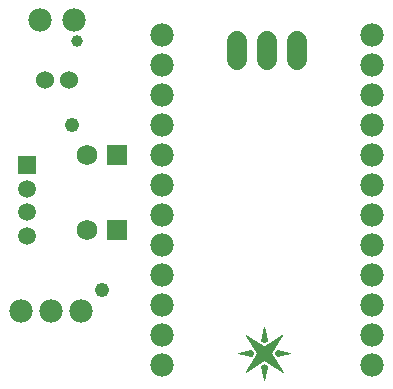
<source format=gts>
G75*
G70*
%OFA0B0*%
%FSLAX24Y24*%
%IPPOS*%
%LPD*%
%AMOC8*
5,1,8,0,0,1.08239X$1,22.5*
%
%ADD10C,0.0780*%
%ADD11C,0.0680*%
%ADD12R,0.0690X0.0690*%
%ADD13C,0.0690*%
%ADD14C,0.0600*%
%ADD15R,0.0595X0.0595*%
%ADD16C,0.0595*%
%ADD17C,0.0010*%
%ADD18C,0.0480*%
%ADD19C,0.0396*%
D10*
X006800Y001825D03*
X006800Y002825D03*
X006800Y003825D03*
X006800Y004825D03*
X006800Y005825D03*
X006800Y006825D03*
X006800Y007825D03*
X006800Y008825D03*
X006800Y009825D03*
X006800Y010825D03*
X006800Y011825D03*
X006800Y012825D03*
X003870Y013325D03*
X002730Y013325D03*
X013800Y012825D03*
X013800Y011825D03*
X013800Y010825D03*
X013800Y009825D03*
X013800Y008825D03*
X013800Y007825D03*
X013800Y006825D03*
X013800Y005825D03*
X013800Y004825D03*
X013800Y003825D03*
X013800Y002825D03*
X013800Y001825D03*
X004100Y003625D03*
X003100Y003625D03*
X002100Y003625D03*
D11*
X009300Y012005D02*
X009300Y012645D01*
X010300Y012645D02*
X010300Y012005D01*
X011300Y012005D02*
X011300Y012645D01*
D12*
X005300Y008825D03*
X005300Y006325D03*
D13*
X004300Y006325D03*
X004300Y008825D03*
D14*
X003694Y011325D03*
X002906Y011325D03*
D15*
X002300Y008506D03*
D16*
X002300Y007719D03*
X002300Y006931D03*
X002300Y006144D03*
D17*
X009590Y002835D02*
X010200Y002455D01*
X010800Y002845D01*
X010420Y002235D01*
X010820Y001605D01*
X010200Y002015D01*
X009590Y001615D01*
X009970Y002235D01*
X009590Y002835D01*
X009592Y002833D02*
X009594Y002833D01*
X009597Y002824D02*
X009608Y002824D01*
X009602Y002816D02*
X009621Y002816D01*
X009608Y002807D02*
X009635Y002807D01*
X009648Y002799D02*
X009613Y002799D01*
X009618Y002790D02*
X009662Y002790D01*
X009676Y002782D02*
X009624Y002782D01*
X009629Y002773D02*
X009689Y002773D01*
X009703Y002765D02*
X009635Y002765D01*
X009640Y002756D02*
X009717Y002756D01*
X009730Y002748D02*
X009645Y002748D01*
X009651Y002739D02*
X009744Y002739D01*
X009758Y002731D02*
X009656Y002731D01*
X009662Y002722D02*
X009771Y002722D01*
X009785Y002714D02*
X009667Y002714D01*
X009672Y002705D02*
X009799Y002705D01*
X009812Y002697D02*
X009678Y002697D01*
X009683Y002688D02*
X009826Y002688D01*
X009840Y002680D02*
X009688Y002680D01*
X009694Y002671D02*
X009853Y002671D01*
X009867Y002663D02*
X009699Y002663D01*
X009705Y002654D02*
X009880Y002654D01*
X009894Y002646D02*
X009710Y002646D01*
X009715Y002637D02*
X009908Y002637D01*
X009921Y002629D02*
X009721Y002629D01*
X009726Y002620D02*
X009935Y002620D01*
X009949Y002612D02*
X009732Y002612D01*
X009737Y002603D02*
X009962Y002603D01*
X009976Y002595D02*
X009742Y002595D01*
X009748Y002586D02*
X009990Y002586D01*
X010003Y002578D02*
X009753Y002578D01*
X009758Y002569D02*
X010017Y002569D01*
X010031Y002561D02*
X009764Y002561D01*
X009769Y002552D02*
X010044Y002552D01*
X010058Y002544D02*
X009775Y002544D01*
X009780Y002535D02*
X010071Y002535D01*
X010085Y002527D02*
X009785Y002527D01*
X009791Y002518D02*
X010099Y002518D01*
X010112Y002510D02*
X009796Y002510D01*
X009801Y002501D02*
X010126Y002501D01*
X010140Y002493D02*
X009807Y002493D01*
X009812Y002484D02*
X010153Y002484D01*
X010167Y002476D02*
X009818Y002476D01*
X009823Y002467D02*
X010181Y002467D01*
X010194Y002459D02*
X009828Y002459D01*
X009834Y002450D02*
X010554Y002450D01*
X010549Y002442D02*
X009839Y002442D01*
X009845Y002433D02*
X010543Y002433D01*
X010538Y002425D02*
X009850Y002425D01*
X009855Y002416D02*
X010533Y002416D01*
X010527Y002408D02*
X009861Y002408D01*
X009866Y002399D02*
X010522Y002399D01*
X010517Y002391D02*
X009871Y002391D01*
X009877Y002382D02*
X010512Y002382D01*
X010506Y002374D02*
X009882Y002374D01*
X009888Y002365D02*
X010501Y002365D01*
X010496Y002357D02*
X009893Y002357D01*
X009898Y002348D02*
X010490Y002348D01*
X010485Y002340D02*
X009904Y002340D01*
X009909Y002331D02*
X010480Y002331D01*
X010475Y002323D02*
X009915Y002323D01*
X009920Y002314D02*
X010469Y002314D01*
X010464Y002306D02*
X009925Y002306D01*
X009931Y002297D02*
X010459Y002297D01*
X010453Y002289D02*
X009936Y002289D01*
X009941Y002280D02*
X010448Y002280D01*
X010443Y002272D02*
X009947Y002272D01*
X009952Y002263D02*
X010437Y002263D01*
X010432Y002255D02*
X009958Y002255D01*
X009963Y002246D02*
X010427Y002246D01*
X010422Y002238D02*
X009968Y002238D01*
X009966Y002229D02*
X010424Y002229D01*
X010429Y002221D02*
X009961Y002221D01*
X009956Y002212D02*
X010435Y002212D01*
X010440Y002204D02*
X009951Y002204D01*
X009946Y002195D02*
X010445Y002195D01*
X010451Y002187D02*
X009940Y002187D01*
X009935Y002178D02*
X010456Y002178D01*
X010462Y002170D02*
X009930Y002170D01*
X009925Y002161D02*
X010467Y002161D01*
X010472Y002153D02*
X009919Y002153D01*
X009914Y002144D02*
X010478Y002144D01*
X010483Y002136D02*
X009909Y002136D01*
X009904Y002127D02*
X010489Y002127D01*
X010494Y002119D02*
X009899Y002119D01*
X009893Y002110D02*
X010499Y002110D01*
X010505Y002102D02*
X009888Y002102D01*
X009883Y002093D02*
X010510Y002093D01*
X010516Y002085D02*
X009878Y002085D01*
X009873Y002076D02*
X010521Y002076D01*
X010526Y002068D02*
X009867Y002068D01*
X009862Y002059D02*
X010532Y002059D01*
X010537Y002051D02*
X009857Y002051D01*
X009852Y002042D02*
X010543Y002042D01*
X010548Y002034D02*
X009847Y002034D01*
X009841Y002025D02*
X010553Y002025D01*
X010559Y002017D02*
X009836Y002017D01*
X009831Y002008D02*
X010189Y002008D01*
X010176Y002000D02*
X009826Y002000D01*
X009820Y001991D02*
X010163Y001991D01*
X010151Y001983D02*
X009815Y001983D01*
X009810Y001974D02*
X010138Y001974D01*
X010125Y001966D02*
X009805Y001966D01*
X009800Y001957D02*
X010112Y001957D01*
X010099Y001949D02*
X009794Y001949D01*
X009789Y001940D02*
X010086Y001940D01*
X010073Y001932D02*
X009784Y001932D01*
X009779Y001923D02*
X010060Y001923D01*
X010047Y001915D02*
X009774Y001915D01*
X009768Y001906D02*
X010034Y001906D01*
X010021Y001898D02*
X009763Y001898D01*
X009758Y001889D02*
X010008Y001889D01*
X009995Y001881D02*
X009753Y001881D01*
X009748Y001872D02*
X009982Y001872D01*
X009969Y001864D02*
X009742Y001864D01*
X009737Y001855D02*
X009956Y001855D01*
X009943Y001847D02*
X009732Y001847D01*
X009727Y001838D02*
X009930Y001838D01*
X009917Y001830D02*
X009721Y001830D01*
X009716Y001821D02*
X009904Y001821D01*
X009891Y001813D02*
X009711Y001813D01*
X009706Y001804D02*
X009878Y001804D01*
X009865Y001796D02*
X009701Y001796D01*
X009695Y001787D02*
X009852Y001787D01*
X009839Y001779D02*
X009690Y001779D01*
X009685Y001770D02*
X009826Y001770D01*
X009813Y001762D02*
X009680Y001762D01*
X009675Y001753D02*
X009801Y001753D01*
X009788Y001745D02*
X009669Y001745D01*
X009664Y001736D02*
X009775Y001736D01*
X009762Y001728D02*
X009659Y001728D01*
X009654Y001719D02*
X009749Y001719D01*
X009736Y001711D02*
X009649Y001711D01*
X009643Y001702D02*
X009723Y001702D01*
X009710Y001694D02*
X009638Y001694D01*
X009633Y001685D02*
X009697Y001685D01*
X009684Y001677D02*
X009628Y001677D01*
X009623Y001668D02*
X009671Y001668D01*
X009658Y001660D02*
X009617Y001660D01*
X009612Y001651D02*
X009645Y001651D01*
X009632Y001643D02*
X009607Y001643D01*
X009602Y001634D02*
X009619Y001634D01*
X009606Y001626D02*
X009596Y001626D01*
X009593Y001617D02*
X009591Y001617D01*
X010113Y001736D02*
X010287Y001736D01*
X010289Y001745D02*
X010111Y001745D01*
X010110Y001753D02*
X010290Y001753D01*
X010292Y001762D02*
X010108Y001762D01*
X010106Y001770D02*
X010294Y001770D01*
X010296Y001779D02*
X010104Y001779D01*
X010102Y001787D02*
X010298Y001787D01*
X010300Y001795D02*
X010200Y001865D01*
X010100Y001795D01*
X010200Y001355D01*
X010300Y001795D01*
X010299Y001796D02*
X010101Y001796D01*
X010113Y001804D02*
X010287Y001804D01*
X010275Y001813D02*
X010125Y001813D01*
X010137Y001821D02*
X010263Y001821D01*
X010251Y001830D02*
X010149Y001830D01*
X010161Y001838D02*
X010239Y001838D01*
X010226Y001847D02*
X010174Y001847D01*
X010186Y001855D02*
X010214Y001855D01*
X010202Y001864D02*
X010198Y001864D01*
X010262Y001974D02*
X010586Y001974D01*
X010591Y001966D02*
X010275Y001966D01*
X010288Y001957D02*
X010596Y001957D01*
X010602Y001949D02*
X010300Y001949D01*
X010313Y001940D02*
X010607Y001940D01*
X010613Y001932D02*
X010326Y001932D01*
X010339Y001923D02*
X010618Y001923D01*
X010623Y001915D02*
X010352Y001915D01*
X010365Y001906D02*
X010629Y001906D01*
X010634Y001898D02*
X010378Y001898D01*
X010390Y001889D02*
X010640Y001889D01*
X010645Y001881D02*
X010403Y001881D01*
X010416Y001872D02*
X010650Y001872D01*
X010656Y001864D02*
X010429Y001864D01*
X010442Y001855D02*
X010661Y001855D01*
X010667Y001847D02*
X010455Y001847D01*
X010468Y001838D02*
X010672Y001838D01*
X010677Y001830D02*
X010480Y001830D01*
X010493Y001821D02*
X010683Y001821D01*
X010688Y001813D02*
X010506Y001813D01*
X010519Y001804D02*
X010694Y001804D01*
X010699Y001796D02*
X010532Y001796D01*
X010545Y001787D02*
X010704Y001787D01*
X010710Y001779D02*
X010558Y001779D01*
X010570Y001770D02*
X010715Y001770D01*
X010721Y001762D02*
X010583Y001762D01*
X010596Y001753D02*
X010726Y001753D01*
X010731Y001745D02*
X010609Y001745D01*
X010622Y001736D02*
X010737Y001736D01*
X010742Y001728D02*
X010635Y001728D01*
X010648Y001719D02*
X010748Y001719D01*
X010753Y001711D02*
X010660Y001711D01*
X010673Y001702D02*
X010758Y001702D01*
X010764Y001694D02*
X010686Y001694D01*
X010699Y001685D02*
X010769Y001685D01*
X010775Y001677D02*
X010712Y001677D01*
X010725Y001668D02*
X010780Y001668D01*
X010785Y001660D02*
X010738Y001660D01*
X010750Y001651D02*
X010791Y001651D01*
X010796Y001643D02*
X010763Y001643D01*
X010776Y001634D02*
X010802Y001634D01*
X010807Y001626D02*
X010789Y001626D01*
X010802Y001617D02*
X010812Y001617D01*
X010815Y001609D02*
X010818Y001609D01*
X010580Y001983D02*
X010249Y001983D01*
X010236Y001991D02*
X010575Y001991D01*
X010569Y002000D02*
X010223Y002000D01*
X010211Y002008D02*
X010564Y002008D01*
X010620Y002145D02*
X011060Y002235D01*
X010620Y002325D01*
X010560Y002235D01*
X010620Y002145D01*
X010615Y002153D02*
X010657Y002153D01*
X010698Y002161D02*
X010609Y002161D01*
X010604Y002170D02*
X010740Y002170D01*
X010782Y002178D02*
X010598Y002178D01*
X010592Y002187D02*
X010823Y002187D01*
X010865Y002195D02*
X010587Y002195D01*
X010581Y002204D02*
X010906Y002204D01*
X010948Y002212D02*
X010575Y002212D01*
X010570Y002221D02*
X010989Y002221D01*
X011006Y002246D02*
X010567Y002246D01*
X010562Y002238D02*
X011048Y002238D01*
X011031Y002229D02*
X010564Y002229D01*
X010573Y002255D02*
X010964Y002255D01*
X010923Y002263D02*
X010579Y002263D01*
X010584Y002272D02*
X010881Y002272D01*
X010840Y002280D02*
X010590Y002280D01*
X010596Y002289D02*
X010798Y002289D01*
X010757Y002297D02*
X010601Y002297D01*
X010607Y002306D02*
X010715Y002306D01*
X010673Y002314D02*
X010613Y002314D01*
X010618Y002323D02*
X010632Y002323D01*
X010559Y002459D02*
X010205Y002459D01*
X010219Y002467D02*
X010565Y002467D01*
X010570Y002476D02*
X010232Y002476D01*
X010245Y002484D02*
X010575Y002484D01*
X010580Y002493D02*
X010258Y002493D01*
X010271Y002501D02*
X010586Y002501D01*
X010591Y002510D02*
X010284Y002510D01*
X010297Y002518D02*
X010596Y002518D01*
X010602Y002527D02*
X010310Y002527D01*
X010323Y002535D02*
X010607Y002535D01*
X010612Y002544D02*
X010336Y002544D01*
X010349Y002552D02*
X010618Y002552D01*
X010623Y002561D02*
X010362Y002561D01*
X010375Y002569D02*
X010628Y002569D01*
X010633Y002578D02*
X010389Y002578D01*
X010402Y002586D02*
X010639Y002586D01*
X010644Y002595D02*
X010415Y002595D01*
X010428Y002603D02*
X010649Y002603D01*
X010655Y002612D02*
X010441Y002612D01*
X010454Y002620D02*
X010660Y002620D01*
X010665Y002629D02*
X010467Y002629D01*
X010480Y002637D02*
X010670Y002637D01*
X010676Y002646D02*
X010493Y002646D01*
X010506Y002654D02*
X010681Y002654D01*
X010686Y002663D02*
X010519Y002663D01*
X010532Y002671D02*
X010692Y002671D01*
X010697Y002680D02*
X010545Y002680D01*
X010559Y002688D02*
X010702Y002688D01*
X010708Y002697D02*
X010572Y002697D01*
X010585Y002705D02*
X010713Y002705D01*
X010718Y002714D02*
X010598Y002714D01*
X010611Y002722D02*
X010723Y002722D01*
X010729Y002731D02*
X010624Y002731D01*
X010637Y002739D02*
X010734Y002739D01*
X010739Y002748D02*
X010650Y002748D01*
X010663Y002756D02*
X010745Y002756D01*
X010750Y002765D02*
X010676Y002765D01*
X010689Y002773D02*
X010755Y002773D01*
X010760Y002782D02*
X010702Y002782D01*
X010715Y002790D02*
X010766Y002790D01*
X010771Y002799D02*
X010729Y002799D01*
X010742Y002807D02*
X010776Y002807D01*
X010782Y002816D02*
X010755Y002816D01*
X010768Y002824D02*
X010787Y002824D01*
X010781Y002833D02*
X010792Y002833D01*
X010794Y002841D02*
X010798Y002841D01*
X010298Y002663D02*
X010102Y002663D01*
X010103Y002671D02*
X010297Y002671D01*
X010295Y002680D02*
X010105Y002680D01*
X010107Y002688D02*
X010293Y002688D01*
X010291Y002697D02*
X010109Y002697D01*
X010111Y002705D02*
X010289Y002705D01*
X010287Y002714D02*
X010113Y002714D01*
X010115Y002722D02*
X010285Y002722D01*
X010284Y002731D02*
X010116Y002731D01*
X010118Y002739D02*
X010282Y002739D01*
X010280Y002748D02*
X010120Y002748D01*
X010122Y002756D02*
X010278Y002756D01*
X010276Y002765D02*
X010124Y002765D01*
X010126Y002773D02*
X010274Y002773D01*
X010272Y002782D02*
X010128Y002782D01*
X010129Y002790D02*
X010271Y002790D01*
X010269Y002799D02*
X010131Y002799D01*
X010133Y002807D02*
X010267Y002807D01*
X010265Y002816D02*
X010135Y002816D01*
X010137Y002824D02*
X010263Y002824D01*
X010261Y002833D02*
X010139Y002833D01*
X010140Y002841D02*
X010260Y002841D01*
X010258Y002850D02*
X010142Y002850D01*
X010144Y002858D02*
X010256Y002858D01*
X010254Y002867D02*
X010146Y002867D01*
X010148Y002875D02*
X010252Y002875D01*
X010250Y002884D02*
X010150Y002884D01*
X010152Y002892D02*
X010248Y002892D01*
X010247Y002901D02*
X010153Y002901D01*
X010155Y002909D02*
X010245Y002909D01*
X010243Y002918D02*
X010157Y002918D01*
X010159Y002926D02*
X010241Y002926D01*
X010239Y002935D02*
X010161Y002935D01*
X010163Y002943D02*
X010237Y002943D01*
X010236Y002952D02*
X010164Y002952D01*
X010166Y002960D02*
X010234Y002960D01*
X010232Y002969D02*
X010168Y002969D01*
X010170Y002977D02*
X010230Y002977D01*
X010228Y002986D02*
X010172Y002986D01*
X010174Y002994D02*
X010226Y002994D01*
X010224Y003003D02*
X010176Y003003D01*
X010177Y003011D02*
X010223Y003011D01*
X010221Y003020D02*
X010179Y003020D01*
X010181Y003028D02*
X010219Y003028D01*
X010217Y003037D02*
X010183Y003037D01*
X010185Y003045D02*
X010215Y003045D01*
X010213Y003054D02*
X010187Y003054D01*
X010188Y003062D02*
X010212Y003062D01*
X010210Y003071D02*
X010190Y003071D01*
X010192Y003079D02*
X010208Y003079D01*
X010206Y003088D02*
X010194Y003088D01*
X010196Y003096D02*
X010204Y003096D01*
X010202Y003105D02*
X010198Y003105D01*
X010200Y003113D02*
X010200Y003113D01*
X010200Y003115D02*
X010300Y002655D01*
X010200Y002595D01*
X010100Y002655D01*
X010200Y003115D01*
X010102Y002654D02*
X010298Y002654D01*
X010284Y002646D02*
X010116Y002646D01*
X010130Y002637D02*
X010270Y002637D01*
X010256Y002629D02*
X010144Y002629D01*
X010158Y002620D02*
X010242Y002620D01*
X010228Y002612D02*
X010172Y002612D01*
X010187Y002603D02*
X010213Y002603D01*
X009787Y002314D02*
X009724Y002314D01*
X009681Y002306D02*
X009793Y002306D01*
X009799Y002297D02*
X009637Y002297D01*
X009594Y002289D02*
X009804Y002289D01*
X009810Y002280D02*
X009550Y002280D01*
X009507Y002272D02*
X009816Y002272D01*
X009821Y002263D02*
X009463Y002263D01*
X009420Y002255D02*
X009827Y002255D01*
X009833Y002246D02*
X009377Y002246D01*
X009394Y002221D02*
X009830Y002221D01*
X009836Y002229D02*
X009350Y002229D01*
X009333Y002238D02*
X009838Y002238D01*
X009840Y002235D02*
X009780Y002325D01*
X009320Y002235D01*
X009780Y002145D01*
X009840Y002235D01*
X009825Y002212D02*
X009437Y002212D01*
X009481Y002204D02*
X009819Y002204D01*
X009813Y002195D02*
X009524Y002195D01*
X009568Y002187D02*
X009808Y002187D01*
X009802Y002178D02*
X009611Y002178D01*
X009655Y002170D02*
X009796Y002170D01*
X009791Y002161D02*
X009698Y002161D01*
X009741Y002153D02*
X009785Y002153D01*
X009768Y002323D02*
X009782Y002323D01*
X010115Y001728D02*
X010285Y001728D01*
X010283Y001719D02*
X010117Y001719D01*
X010119Y001711D02*
X010281Y001711D01*
X010279Y001702D02*
X010121Y001702D01*
X010123Y001694D02*
X010277Y001694D01*
X010275Y001685D02*
X010125Y001685D01*
X010127Y001677D02*
X010273Y001677D01*
X010271Y001668D02*
X010129Y001668D01*
X010131Y001660D02*
X010269Y001660D01*
X010267Y001651D02*
X010133Y001651D01*
X010135Y001643D02*
X010265Y001643D01*
X010263Y001634D02*
X010137Y001634D01*
X010139Y001626D02*
X010261Y001626D01*
X010260Y001617D02*
X010140Y001617D01*
X010142Y001609D02*
X010258Y001609D01*
X010256Y001600D02*
X010144Y001600D01*
X010146Y001592D02*
X010254Y001592D01*
X010252Y001583D02*
X010148Y001583D01*
X010150Y001575D02*
X010250Y001575D01*
X010248Y001566D02*
X010152Y001566D01*
X010154Y001558D02*
X010246Y001558D01*
X010244Y001549D02*
X010156Y001549D01*
X010158Y001541D02*
X010242Y001541D01*
X010240Y001532D02*
X010160Y001532D01*
X010162Y001524D02*
X010238Y001524D01*
X010236Y001515D02*
X010164Y001515D01*
X010166Y001507D02*
X010234Y001507D01*
X010233Y001498D02*
X010167Y001498D01*
X010169Y001490D02*
X010231Y001490D01*
X010229Y001481D02*
X010171Y001481D01*
X010173Y001473D02*
X010227Y001473D01*
X010225Y001464D02*
X010175Y001464D01*
X010177Y001456D02*
X010223Y001456D01*
X010221Y001447D02*
X010179Y001447D01*
X010181Y001439D02*
X010219Y001439D01*
X010217Y001430D02*
X010183Y001430D01*
X010185Y001422D02*
X010215Y001422D01*
X010213Y001413D02*
X010187Y001413D01*
X010189Y001405D02*
X010211Y001405D01*
X010209Y001396D02*
X010191Y001396D01*
X010193Y001388D02*
X010207Y001388D01*
X010205Y001379D02*
X010195Y001379D01*
X010196Y001371D02*
X010204Y001371D01*
X010202Y001362D02*
X010198Y001362D01*
D18*
X004800Y004325D03*
X003800Y009825D03*
D19*
X003980Y012645D03*
M02*

</source>
